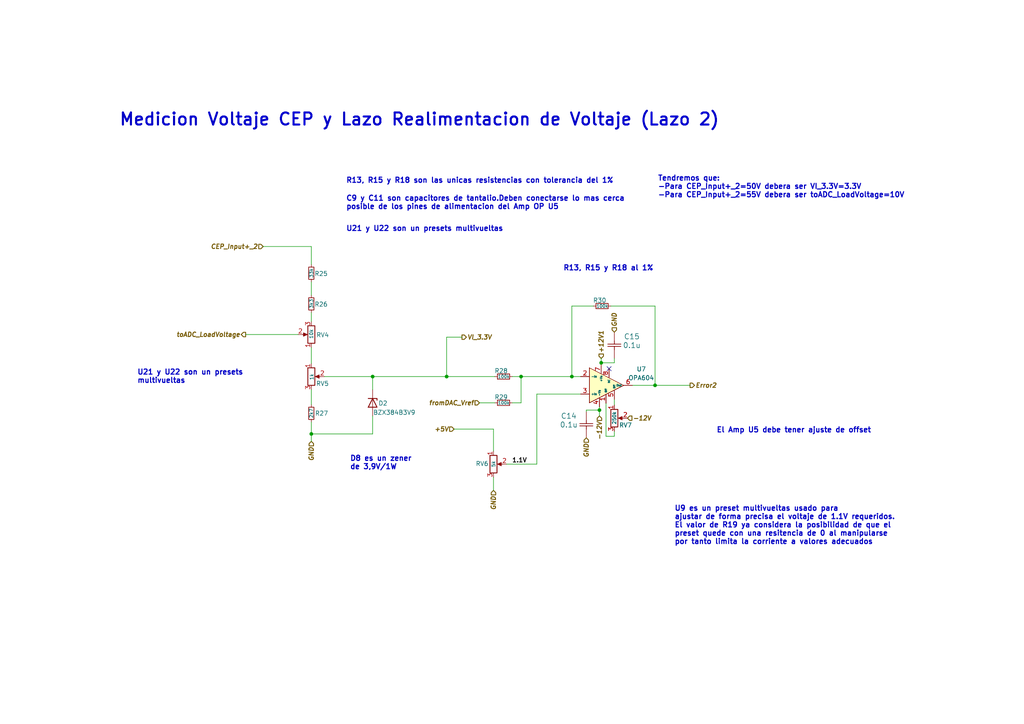
<source format=kicad_sch>
(kicad_sch (version 20211123) (generator eeschema)
  (paper "A4")
  (lib_symbols
    (symbol "CEDCp:OPA604"
      (property "Reference" "U" (at -3.81 6.096 0))
      (property "Value" "OPA604" (at 8.636 -4.064 0))
      (symbol "OPA604_0_1"
        (polyline (pts (xy -3.81 4.572) (xy -3.81 -5.588) (xy 6.223 -0.508)))
        (polyline (pts (xy -3.81 4.572) (xy 6.096 -0.508) (xy -3.81 -5.588) (xy -3.81 4.572) (xy 6.096 -0.508)) (fill (type background)))
      )
      (symbol "OPA604_1_1"
        (pin input line (at 1.016 -5.715 90) (length 2.54) (name "Off") (number "1"))
        (pin input line (at -6.35 2.032 0) (length 2.54) (name "-In") (number "2"))
        (pin input line (at -6.35 -3.048 0) (length 2.54) (name "+In") (number "3"))
        (pin input line (at -0.889 -6.731 90) (length 2.54) (name "-Vs") (number "4"))
        (pin input line (at 3.429 -4.572 90) (length 2.54) (name "Off") (number "5"))
        (pin input line (at 8.6868 -0.508 180) (length 2.54) (name "Out") (number "6"))
        (pin input line (at -0.381 5.461 270) (length 2.54) (name "+Vs") (number "7"))
        (pin input line (at 1.905 4.318 270) (length 2.54) (name "NC") (number "8"))
      )
    )
    (symbol "Capacitor_2:C315C222K1R5CA" (pin_numbers hide) (pin_names (offset 1.651) hide)
      (property "Reference" "C" (at 3.81 3.81 0))
      (property "Value" "Capacitor_2_C315C222K1R5CA" (at 3.81 -7.62 0))
      (symbol "C315C222K1R5CA_1_1"
        (polyline (pts (xy 2.54 0) (xy 3.4798 0)) (stroke (width 0.2032)))
        (polyline (pts (xy 3.4798 -1.905) (xy 3.4798 1.905)) (stroke (width 0.2032)))
        (polyline (pts (xy 4.1148 -1.905) (xy 4.1148 1.905)) (stroke (width 0.2032)))
        (polyline (pts (xy 4.1148 0) (xy 5.08 0)) (stroke (width 0.2032)))
        (pin unspecified line (at 0 0 0) (length 2.54) (name "1") (number "1"))
        (pin unspecified line (at 7.62 0 180) (length 2.54) (name "2") (number "2"))
      )
    )
    (symbol "Device:R_Potentiometer" (pin_names (offset 1.016) hide)
      (property "Reference" "RV" (at -4.445 0 90))
      (property "Value" "R_Potentiometer" (at -2.54 0 90))
      (symbol "R_Potentiometer_0_1"
        (polyline (pts (xy 2.54 0) (xy 1.524 0)))
        (polyline (pts (xy 1.143 0) (xy 2.286 0.508) (xy 2.286 -0.508) (xy 1.143 0)) (fill (type outline)))
        (rectangle (start 1.016 2.54) (end -1.016 -2.54) (stroke (width 0.254)))
      )
      (symbol "R_Potentiometer_1_1"
        (pin passive line (at 0 3.81 270) (length 1.27) (name "1") (number "1"))
        (pin passive line (at 3.81 0 180) (length 1.27) (name "2") (number "2"))
        (pin passive line (at 0 -3.81 90) (length 1.27) (name "3") (number "3"))
      )
    )
    (symbol "Device:R_Small" (pin_numbers hide) (pin_names (offset 0.254) hide)
      (property "Reference" "R" (at 0.762 0.508 0))
      (property "Value" "R_Small" (at 0.762 -1.016 0))
      (symbol "R_Small_0_1"
        (rectangle (start -0.762 1.778) (end 0.762 -1.778) (stroke (width 0.2032)))
      )
      (symbol "R_Small_1_1"
        (pin passive line (at 0 2.54 270) (length 0.762) (name "~") (number "1"))
        (pin passive line (at 0 -2.54 90) (length 0.762) (name "~") (number "2"))
      )
    )
    (symbol "Diode:BZX384-xxx" (pin_numbers hide) (pin_names hide)
      (property "Reference" "D" (at 0 2.54 0))
      (property "Value" "BZX384-xxx" (at 0 -2.54 0))
      (symbol "BZX384-xxx_0_1"
        (polyline (pts (xy 1.27 0) (xy -1.27 0)))
        (polyline (pts (xy -1.27 -1.27) (xy -1.27 1.27) (xy -0.762 1.27)) (stroke (width 0.254)))
        (polyline (pts (xy 1.27 -1.27) (xy 1.27 1.27) (xy -1.27 0) (xy 1.27 -1.27)) (stroke (width 0.254)))
      )
      (symbol "BZX384-xxx_1_1"
        (pin passive line (at -3.81 0 0) (length 2.54) (name "K") (number "1"))
        (pin passive line (at 3.81 0 180) (length 2.54) (name "A") (number "2"))
      )
    )
  )
  (junction (at 165.862 109.22))
  (junction (at 173.863 118.9482))
  (junction (at 90.297 125.857))
  (junction (at 189.992 111.76))
  (junction (at 129.54 109.22))
  (junction (at 174.371 105.2322))
  (junction (at 151.13 109.22))
  (junction (at 108.077 109.22))
  (no_connect (at 176.657 106.934))
  (wire (pts (xy 90.297 71.501) (xy 76.327 71.501)))
  (wire (pts (xy 90.297 125.857) (xy 90.297 122.428)))
  (wire (pts (xy 151.13 109.22) (xy 151.13 116.84)))
  (wire (pts (xy 178.181 103.9622) (xy 178.181 105.2322)))
  (wire (pts (xy 90.297 125.857) (xy 108.077 125.857)))
  (wire (pts (xy 174.371 103.9622) (xy 174.371 105.2322)))
  (wire (pts (xy 173.863 118.9482) (xy 173.863 120.65)))
  (wire (pts (xy 168.402 114.3) (xy 155.702 114.3)))
  (wire (pts (xy 143.129 124.46) (xy 131.699 124.46)))
  (wire (pts (xy 178.181 126.5428) (xy 178.181 125.095)))
  (wire (pts (xy 175.768 116.967) (xy 175.768 126.5428)))
  (wire (pts (xy 173.863 118.9482) (xy 170.053 118.9482)))
  (wire (pts (xy 90.297 93.218) (xy 90.297 90.678)))
  (wire (pts (xy 183.4388 111.76) (xy 189.992 111.76)))
  (wire (pts (xy 90.297 128.016) (xy 90.297 125.857)))
  (wire (pts (xy 108.077 125.857) (xy 108.077 120.65)))
  (wire (pts (xy 90.297 105.41) (xy 90.297 100.838)))
  (wire (pts (xy 90.297 71.501) (xy 90.297 76.708)))
  (wire (pts (xy 165.862 109.22) (xy 168.402 109.22)))
  (wire (pts (xy 173.863 117.983) (xy 173.863 118.9482)))
  (wire (pts (xy 133.985 97.79) (xy 129.54 97.79)))
  (wire (pts (xy 148.59 116.84) (xy 151.13 116.84)))
  (wire (pts (xy 151.13 109.22) (xy 165.862 109.22)))
  (wire (pts (xy 178.181 105.2322) (xy 174.371 105.2322)))
  (wire (pts (xy 178.181 115.824) (xy 178.181 117.475)))
  (wire (pts (xy 177.165 88.773) (xy 189.992 88.773)))
  (wire (pts (xy 175.768 126.5428) (xy 178.181 126.5428)))
  (wire (pts (xy 90.297 113.03) (xy 90.297 117.348)))
  (wire (pts (xy 148.59 109.22) (xy 151.13 109.22)))
  (wire (pts (xy 189.992 111.76) (xy 200.152 111.76)))
  (wire (pts (xy 155.702 134.62) (xy 146.939 134.62)))
  (wire (pts (xy 129.54 97.79) (xy 129.54 109.22)))
  (wire (pts (xy 143.129 138.43) (xy 143.129 142.24)))
  (wire (pts (xy 139.065 116.84) (xy 143.51 116.84)))
  (wire (pts (xy 108.077 109.22) (xy 108.077 113.03)))
  (wire (pts (xy 129.54 109.22) (xy 108.077 109.22)))
  (wire (pts (xy 165.862 109.22) (xy 165.862 88.773)))
  (wire (pts (xy 170.053 118.9482) (xy 170.053 119.38)))
  (wire (pts (xy 155.702 114.3) (xy 155.702 134.62)))
  (wire (pts (xy 129.54 109.22) (xy 143.51 109.22)))
  (wire (pts (xy 165.862 88.773) (xy 172.085 88.773)))
  (wire (pts (xy 143.129 130.81) (xy 143.129 124.46)))
  (wire (pts (xy 189.992 88.773) (xy 189.992 111.76)))
  (wire (pts (xy 90.297 81.788) (xy 90.297 85.598)))
  (wire (pts (xy 86.487 97.028) (xy 71.247 97.028)))
  (wire (pts (xy 174.371 105.2322) (xy 174.371 105.791)))
  (wire (pts (xy 94.107 109.22) (xy 108.077 109.22)))
  (text "U9 es un preset multivueltas usado para\najustar de forma precisa el voltaje de 1.1V requeridos.\nEl valor de R19 ya considera la posibilidad de que el \npreset quede con una resitencia de 0 al manipularse \npor tanto limita la corriente a valores adecuados" (at 195.58 158.115 0) (effects (font (size 1.4986 1.4986) (thickness 0.2997) bold) (justify left bottom)))
  (text "C9 y C11 son capacitores de tantalio.Deben conectarse lo mas cerca\nposible de los pines de alimentacion del Amp OP U5" (at 100.33 60.96 0) (effects (font (size 1.4986 1.4986) (thickness 0.2997) bold) (justify left bottom)))
  (text "El Amp U5 debe tener ajuste de offset" (at 207.772 125.73 0) (effects (font (size 1.4986 1.4986) (thickness 0.2997) bold) (justify left bottom)))
  (text "U21 y U22 son un presets multivueltas" (at 100.33 67.31 0) (effects (font (size 1.4986 1.4986) (thickness 0.2997) bold) (justify left bottom)))
  (text "D8 es un zener \nde 3,9V/1W" (at 101.473 136.398 0) (effects (font (size 1.4986 1.4986) (thickness 0.2997) bold) (justify left bottom)))
  (text "R13, R15 y R18 al 1%" (at 163.322 78.74 0) (effects (font (size 1.4986 1.4986) (thickness 0.2997) bold) (justify left bottom)))
  (text "U21 y U22 son un presets\nmultivueltas" (at 39.751 111.379 0) (effects (font (size 1.4986 1.4986) (thickness 0.2997) bold) (justify left bottom)))
  (text "Medicion Voltaje CEP y Lazo Realimentacion de Voltaje (Lazo 2)" (at 34.417 36.83 0) (effects (font (size 3.5 3.5) (thickness 0.5994) bold) (justify left bottom)))
  (text "Tendremos que: \n-Para CEP_Input+_2=50V debera ser VI_3.3V=3.3V\n-Para CEP_Input+_2=55V debera ser toADC_LoadVoltage=10V" (at 190.754 57.531 0) (effects (font (size 1.4986 1.4986) (thickness 0.2997) bold) (justify left bottom)))
  (text "R13, R15 y R18 son las unicas resistencias con tolerancia del 1%" (at 100.33 53.34 0) (effects (font (size 1.4986 1.4986) (thickness 0.2997) bold) (justify left bottom)))
  (label "1.1V" (at 148.463 134.62 0) (effects (font (thickness 0.254) bold)))
  (hierarchical_label "fromDAC_Vref" (shape input) (at 139.065 116.84 180) (effects (font (size 1.2954 1.2954) (thickness 0.2591) bold italic)))
  (hierarchical_label "GND" (shape input) (at 178.181 96.3422 90) (effects (font (size 1.2954 1.2954) (thickness 0.2591) bold italic)))
  (hierarchical_label "GND" (shape input) (at 90.297 128.016 270) (effects (font (size 1.2954 1.2954) (thickness 0.2591) bold italic)))
  (hierarchical_label "GND" (shape input) (at 170.053 127 270) (effects (font (size 1.2954 1.2954) (thickness 0.2591) bold italic)))
  (hierarchical_label "-12V" (shape input) (at 181.991 121.285 0) (effects (font (size 1.2954 1.2954) (thickness 0.2591) bold italic)))
  (hierarchical_label "VI_3.3V" (shape output) (at 133.985 97.79 0) (effects (font (size 1.2954 1.2954) (thickness 0.2591) bold italic)))
  (hierarchical_label "GND" (shape input) (at 143.129 142.24 270) (effects (font (size 1.2954 1.2954) (thickness 0.2591) bold italic)))
  (hierarchical_label "CEP_Input+_2" (shape input) (at 76.327 71.501 180) (effects (font (size 1.2954 1.2954) (thickness 0.2591) bold italic)))
  (hierarchical_label "toADC_LoadVoltage" (shape output) (at 71.247 97.028 180) (effects (font (size 1.2954 1.2954) (thickness 0.2591) bold italic)))
  (hierarchical_label "Error2" (shape output) (at 200.152 111.76 0) (effects (font (size 1.2954 1.2954) (thickness 0.2591) bold italic)))
  (hierarchical_label "+12V1" (shape input) (at 174.371 103.9622 90) (effects (font (size 1.2954 1.2954) (thickness 0.2591) bold italic)))
  (hierarchical_label "+5V" (shape input) (at 131.699 124.46 180) (effects (font (size 1.2954 1.2954) (thickness 0.2591) bold italic)))
  (hierarchical_label "-12V" (shape input) (at 173.863 120.65 270) (effects (font (size 1.2954 1.2954) (thickness 0.2591) bold italic)))
  (symbol (lib_id "Diode:BZX384-xxx") (at 108.077 116.84 270) (unit 1)
    (property "Reference" "D2" (at 109.728 116.967 90) (effects (justify left)))
    (property "Value" "BZX384B3V9" (at 108.204 119.634 90) (effects (justify left)))
    (property "Footprint" "Diode_THT:D_DO-15_P10.16mm_Horizontal" (effects hide))
    (property "Datasheet" "https://assets.nexperia.com/documents/data-sheet/BZX384_SERIES.pdf" (effects hide))
  )
  (symbol (lib_id "Capacitor_2:C315C222K1R5CA") (at 170.053 127 90) (unit 1)
    (property "Reference" "C14" (at 164.973 120.65 90) (effects (font (size 1.524 1.524))))
    (property "Value" "0.1u" (at 164.973 123.19 90) (effects (font (size 1.524 1.524))))
    (property "Footprint" "Capacitor_THT:C_Disc_D7.5mm_W2.5mm_P5.00mm" (effects hide))
  )
  (symbol (lib_id "Capacitor_2:C315C222K1R5CA") (at 178.181 96.3422 270) (unit 1)
    (property "Reference" "C15" (at 183.261 97.6122 90) (effects (font (size 1.524 1.524))))
    (property "Value" "0.1u" (at 183.261 100.1522 90) (effects (font (size 1.524 1.524))))
    (property "Footprint" "Capacitor_THT:C_Disc_D7.5mm_W2.5mm_P5.00mm" (effects hide))
  )
  (symbol (lib_id "Device:R_Potentiometer") (at 178.181 121.285 0) (unit 1)
    (property "Reference" "RV7" (at 183.3118 123.317 0) (effects (justify right)))
    (property "Value" "250k" (at 178.181 119.3038 90) (effects (font (size 1 1)) (justify right)))
    (property "Footprint" "CEDCp:Preset_Multivueltas_Vertical" (effects hide))
  )
  (symbol (lib_id "Device:R_Potentiometer") (at 143.129 134.62 0) (unit 1)
    (property "Reference" "RV6" (at 141.732 134.493 0) (effects (justify right)))
    (property "Value" "5k" (at 143.129 133.604 90) (effects (font (size 1 1)) (justify right)))
    (property "Footprint" "CEDCp:Preset_Multivueltas_Vertical" (effects hide))
  )
  (symbol (lib_id "Device:R_Small") (at 90.297 88.138 0) (unit 1)
    (property "Reference" "R26" (at 91.186 88.265 0) (effects (justify left)))
    (property "Value" "3k3" (at 90.297 89.535 90) (effects (font (size 1 1)) (justify left)))
    (property "Footprint" "CEDCp:Resistencia_0,25W" (effects hide))
  )
  (symbol (lib_id "Device:R_Small") (at 174.625 88.773 90) (unit 1)
    (property "Reference" "R30" (at 175.895 87.122 90) (effects (justify left)))
    (property "Value" "100k" (at 176.403 88.773 90) (effects (font (size 0.9 0.9)) (justify left)))
    (property "Footprint" "CEDCp:Resistencia_0,25W" (effects hide))
  )
  (symbol (lib_id "Device:R_Small") (at 146.05 116.84 90) (unit 1)
    (property "Reference" "R29" (at 147.32 115.189 90) (effects (justify left)))
    (property "Value" "100k" (at 147.828 116.84 90) (effects (font (size 0.9 0.9)) (justify left)))
    (property "Footprint" "CEDCp:Resistencia_0,25W" (effects hide))
  )
  (symbol (lib_id "Device:R_Small") (at 90.297 119.888 0) (unit 1)
    (property "Reference" "R27" (at 91.313 119.888 0) (effects (justify left)))
    (property "Value" "2k7" (at 90.297 121.3104 90) (effects (font (size 1 1)) (justify left)))
    (property "Footprint" "CEDCp:Resistencia_0,25W" (effects hide))
  )
  (symbol (lib_id "CEDCp:OPA604") (at 174.752 111.252 0) (unit 1)
    (property "Reference" "U7" (at 186.0042 107.061 0))
    (property "Value" "OPA604" (at 186.0042 109.601 0))
    (property "Footprint" "CEDCp:OPA604" (effects hide))
  )
  (symbol (lib_id "Device:R_Small") (at 146.05 109.22 90) (unit 1)
    (property "Reference" "R28" (at 147.32 107.569 90) (effects (justify left)))
    (property "Value" "100k" (at 147.828 109.22 90) (effects (font (size 0.9 0.9)) (justify left)))
    (property "Footprint" "CEDCp:Resistencia_0,25W" (effects hide))
  )
  (symbol (lib_id "Device:R_Potentiometer") (at 90.297 109.22 0) (unit 1)
    (property "Reference" "RV5" (at 95.4278 111.252 0) (effects (justify right)))
    (property "Value" "1k" (at 90.424 108.331 90) (effects (font (size 1 1)) (justify right)))
    (property "Footprint" "CEDCp:Preset_Multivueltas_Vertical" (effects hide))
  )
  (symbol (lib_id "Device:R_Small") (at 90.297 79.248 0) (unit 1)
    (property "Reference" "R25" (at 91.186 79.375 0) (effects (justify left)))
    (property "Value" "33k" (at 90.297 80.645 90) (effects (font (size 1 1)) (justify left)))
    (property "Footprint" "CEDCp:Resistencia_0,25W" (effects hide))
  )
  (symbol (lib_id "Device:R_Potentiometer") (at 90.297 97.028 180) (unit 1)
    (property "Reference" "RV4" (at 91.694 97.155 0) (effects (justify right)))
    (property "Value" "10k" (at 90.297 98.298 90) (effects (font (size 1 1)) (justify right)))
    (property "Footprint" "CEDCp:Preset_Multivueltas_Vertical" (effects hide))
  )
)
</source>
